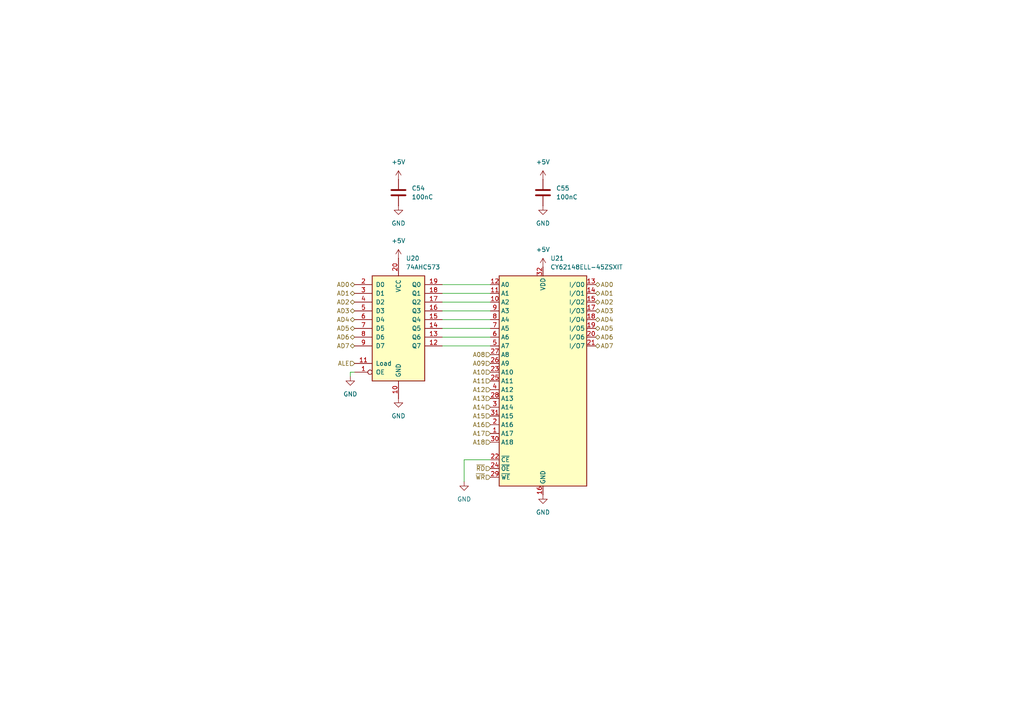
<source format=kicad_sch>
(kicad_sch (version 20250114) (generator "eeschema") (generator_version "9.0")
  (paper "A4")
  (lib_symbols
    (symbol "74xx:74LS573" (pin_names (offset 1.016))
      (property "Reference" "U" (at -7.62 16.51 0))
      (property "Value" "74LS573" (at -7.62 -16.51 0))
      (symbol "74LS573_1_0"
        (pin input line (at -12.7 12.7 0) (length 5.08) (name "D0") (number "2"))
        (pin input line (at -12.7 10.16 0) (length 5.08) (name "D1") (number "3"))
        (pin input line (at -12.7 7.62 0) (length 5.08) (name "D2") (number "4"))
        (pin input line (at -12.7 5.08 0) (length 5.08) (name "D3") (number "5"))
        (pin input line (at -12.7 2.54 0) (length 5.08) (name "D4") (number "6"))
        (pin input line (at -12.7 0 0) (length 5.08) (name "D5") (number "7"))
        (pin input line (at -12.7 -2.54 0) (length 5.08) (name "D6") (number "8"))
        (pin input line (at -12.7 -5.08 0) (length 5.08) (name "D7") (number "9"))
        (pin input line (at -12.7 -10.16 0) (length 5.08) (name "Load") (number "11"))
        (pin input inverted (at -12.7 -12.7 0) (length 5.08) (name "OE") (number "1"))
        (pin power_in line (at 0 20.32 270) (length 5.08) (name "VCC") (number "20"))
        (pin power_in line (at 0 -20.32 90) (length 5.08) (name "GND") (number "10"))
        (pin tri_state line (at 12.7 12.7 180) (length 5.08) (name "Q0") (number "19"))
        (pin tri_state line (at 12.7 10.16 180) (length 5.08) (name "Q1") (number "18"))
        (pin tri_state line (at 12.7 7.62 180) (length 5.08) (name "Q2") (number "17"))
        (pin tri_state line (at 12.7 5.08 180) (length 5.08) (name "Q3") (number "16"))
        (pin tri_state line (at 12.7 2.54 180) (length 5.08) (name "Q4") (number "15"))
        (pin tri_state line (at 12.7 0 180) (length 5.08) (name "Q5") (number "14"))
        (pin tri_state line (at 12.7 -2.54 180) (length 5.08) (name "Q6") (number "13"))
        (pin tri_state line (at 12.7 -5.08 180) (length 5.08) (name "Q7") (number "12"))
      )
      (symbol "74LS573_1_1"
        (rectangle (start -7.62 15.24) (end 7.62 -15.24) (stroke (width 0.254)) (fill (type background)))
      )
    )
    (symbol "Device:C" (pin_numbers (hide yes)) (pin_names (offset 0.254))
      (property "Reference" "C" (at 0.635 2.54 0))
      (property "Value" "C" (at 0.635 -2.54 0))
      (symbol "C_0_1"
        (polyline (pts (xy -2.032 0.762) (xy 2.032 0.762)) (stroke (width 0.508)))
        (polyline (pts (xy -2.032 -0.762) (xy 2.032 -0.762)) (stroke (width 0.508)))
      )
      (symbol "C_1_1"
        (pin passive line (at 0 3.81 270) (length 2.794) (name "~") (number "1"))
        (pin passive line (at 0 -3.81 90) (length 2.794) (name "~") (number "2"))
      )
    )
    (symbol "Memory_RAM:IS61C5128AS-25TLI"
      (property "Reference" "U" (at -10.16 31.75 0))
      (property "Value" "IS61C5128AS-25TLI" (at 12.7 31.75 0))
      (symbol "IS61C5128AS-25TLI_0_1"
        (rectangle (start -12.7 30.48) (end 12.7 -30.48) (stroke (width 0.254)) (fill (type background)))
      )
      (symbol "IS61C5128AS-25TLI_1_1"
        (pin input line (at -15.24 27.94 0) (length 2.54) (name "A0") (number "12"))
        (pin input line (at -15.24 25.4 0) (length 2.54) (name "A1") (number "11"))
        (pin input line (at -15.24 22.86 0) (length 2.54) (name "A2") (number "10"))
        (pin input line (at -15.24 20.32 0) (length 2.54) (name "A3") (number "9"))
        (pin input line (at -15.24 17.78 0) (length 2.54) (name "A4") (number "8"))
        (pin input line (at -15.24 15.24 0) (length 2.54) (name "A5") (number "7"))
        (pin input line (at -15.24 12.7 0) (length 2.54) (name "A6") (number "6"))
        (pin input line (at -15.24 10.16 0) (length 2.54) (name "A7") (number "5"))
        (pin input line (at -15.24 7.62 0) (length 2.54) (name "A8") (number "27"))
        (pin input line (at -15.24 5.08 0) (length 2.54) (name "A9") (number "26"))
        (pin input line (at -15.24 2.54 0) (length 2.54) (name "A10") (number "23"))
        (pin input line (at -15.24 0 0) (length 2.54) (name "A11") (number "25"))
        (pin input line (at -15.24 -2.54 0) (length 2.54) (name "A12") (number "4"))
        (pin input line (at -15.24 -5.08 0) (length 2.54) (name "A13") (number "28"))
        (pin input line (at -15.24 -7.62 0) (length 2.54) (name "A14") (number "3"))
        (pin input line (at -15.24 -10.16 0) (length 2.54) (name "A15") (number "31"))
        (pin input line (at -15.24 -12.7 0) (length 2.54) (name "A16") (number "2"))
        (pin input line (at -15.24 -15.24 0) (length 2.54) (name "A17") (number "1"))
        (pin input line (at -15.24 -17.78 0) (length 2.54) (name "A18") (number "30"))
        (pin input line (at -15.24 -22.86 0) (length 2.54) (name "~{CE}") (number "22"))
        (pin input line (at -15.24 -25.4 0) (length 2.54) (name "~{OE}") (number "24"))
        (pin input line (at -15.24 -27.94 0) (length 2.54) (name "~{WE}") (number "29"))
        (pin power_in line (at 0 33.02 270) (length 2.54) (name "VDD") (number "32"))
        (pin power_in line (at 0 -33.02 90) (length 2.54) (name "GND") (number "16"))
        (pin bidirectional line (at 15.24 27.94 180) (length 2.54) (name "I/O0") (number "13"))
        (pin bidirectional line (at 15.24 25.4 180) (length 2.54) (name "I/O1") (number "14"))
        (pin bidirectional line (at 15.24 22.86 180) (length 2.54) (name "I/O2") (number "15"))
        (pin bidirectional line (at 15.24 20.32 180) (length 2.54) (name "I/O3") (number "17"))
        (pin bidirectional line (at 15.24 17.78 180) (length 2.54) (name "I/O4") (number "18"))
        (pin bidirectional line (at 15.24 15.24 180) (length 2.54) (name "I/O5") (number "19"))
        (pin bidirectional line (at 15.24 12.7 180) (length 2.54) (name "I/O6") (number "20"))
        (pin bidirectional line (at 15.24 10.16 180) (length 2.54) (name "I/O7") (number "21"))
      )
    )
    (symbol "power:+5V" (power) (pin_numbers (hide yes)) (pin_names (offset 0) (hide yes))
      (property "Value" "+5V" (at 0 3.556 0))
      (symbol "+5V_0_1"
        (polyline (pts (xy -0.762 1.27) (xy 0 2.54)))
        (polyline (pts (xy 0 2.54) (xy 0.762 1.27)))
        (polyline (pts (xy 0 0) (xy 0 2.54)))
      )
      (symbol "+5V_1_1"
        (pin power_in line (at 0 0 90) (length 0) (name "~") (number "1"))
      )
    )
    (symbol "power:GND" (power) (pin_numbers (hide yes)) (pin_names (offset 0) (hide yes))
      (property "Value" "GND" (at 0 -3.81 0))
      (symbol "GND_0_1"
        (polyline (pts (xy 0 0) (xy 0 -1.27) (xy 1.27 -1.27) (xy 0 -2.54) (xy -1.27 -1.27) (xy 0 -1.27)))
      )
      (symbol "GND_1_1"
        (pin power_in line (at 0 0 270) (length 0) (name "~") (number "1"))
      )
    )
  )
  (wire (pts (xy 134.62 133.35) (xy 134.62 139.7)))
  (wire (pts (xy 128.27 82.55) (xy 142.24 82.55)))
  (wire (pts (xy 128.27 92.71) (xy 142.24 92.71)))
  (wire (pts (xy 128.27 87.63) (xy 142.24 87.63)))
  (wire (pts (xy 101.6 109.22) (xy 101.6 107.95)))
  (wire (pts (xy 142.24 133.35) (xy 134.62 133.35)))
  (wire (pts (xy 101.6 107.95) (xy 102.87 107.95)))
  (wire (pts (xy 128.27 85.09) (xy 142.24 85.09)))
  (wire (pts (xy 128.27 100.33) (xy 142.24 100.33)))
  (wire (pts (xy 128.27 97.79) (xy 142.24 97.79)))
  (wire (pts (xy 128.27 90.17) (xy 142.24 90.17)))
  (wire (pts (xy 128.27 95.25) (xy 142.24 95.25)))
  (hierarchical_label "A14" (shape input) (at 142.24 118.11 180))
  (hierarchical_label "~{RD}" (shape input) (at 142.24 135.89 180))
  (hierarchical_label "A16" (shape input) (at 142.24 123.19 180))
  (hierarchical_label "A18" (shape input) (at 142.24 128.27 180))
  (hierarchical_label "~{WR}" (shape input) (at 142.24 138.43 180))
  (hierarchical_label "A12" (shape input) (at 142.24 113.03 180))
  (hierarchical_label "AD4" (shape bidirectional) (at 172.72 92.71 0))
  (hierarchical_label "AD0" (shape bidirectional) (at 172.72 82.55 0))
  (hierarchical_label "A08" (shape input) (at 142.24 102.87 180))
  (hierarchical_label "AD2" (shape bidirectional) (at 172.72 87.63 0))
  (hierarchical_label "ALE" (shape input) (at 102.87 105.41 180))
  (hierarchical_label "AD3" (shape bidirectional) (at 102.87 90.17 180))
  (hierarchical_label "A09" (shape input) (at 142.24 105.41 180))
  (hierarchical_label "AD5" (shape bidirectional) (at 102.87 95.25 180))
  (hierarchical_label "AD5" (shape bidirectional) (at 172.72 95.25 0))
  (hierarchical_label "AD6" (shape bidirectional) (at 102.87 97.79 180))
  (hierarchical_label "AD7" (shape bidirectional) (at 172.72 100.33 0))
  (hierarchical_label "A11" (shape input) (at 142.24 110.49 180))
  (hierarchical_label "AD1" (shape bidirectional) (at 102.87 85.09 180))
  (hierarchical_label "A15" (shape input) (at 142.24 120.65 180))
  (hierarchical_label "AD7" (shape bidirectional) (at 102.87 100.33 180))
  (hierarchical_label "AD2" (shape bidirectional) (at 102.87 87.63 180))
  (hierarchical_label "AD4" (shape bidirectional) (at 102.87 92.71 180))
  (hierarchical_label "A13" (shape input) (at 142.24 115.57 180))
  (hierarchical_label "AD3" (shape bidirectional) (at 172.72 90.17 0))
  (hierarchical_label "A10" (shape input) (at 142.24 107.95 180))
  (hierarchical_label "AD0" (shape bidirectional) (at 102.87 82.55 180))
  (hierarchical_label "AD6" (shape bidirectional) (at 172.72 97.79 0))
  (hierarchical_label "AD1" (shape bidirectional) (at 172.72 85.09 0))
  (hierarchical_label "A17" (shape input) (at 142.24 125.73 180))
  (symbol (lib_id "74xx:74LS573") (at 115.57 95.25 0) (unit 1)
    (property "Reference" "U20" (at 117.7133 74.93 0) (effects (justify left)))
    (property "Value" "74AHC573" (at 117.7133 77.47 0) (effects (justify left)))
    (property "Footprint" "Package_SO:TSSOP-20_4.4x6.5mm_P0.65mm" (effects (hide yes)))
    (property "Datasheet" "https://assets.nexperia.com/documents/data-sheet/74AHC_AHCT573.pdf" (effects (hide yes)))
    (property "Description" "8-bit Latch 3-state outputs" (effects (hide yes)))
    (property "MPN" "74AHC573PW,118" (effects (hide yes)))
    (property "Status" "OK" (effects (hide yes)))
  )
  (symbol (lib_id "power:GND") (at 157.48 143.51 0) (unit 1)
    (property "Reference" "#PWR0253" (effects (hide yes)))
    (property "Value" "GND" (at 157.48 148.59 0))
    (property "Description" "Power symbol creates a global label with name \"GND\" , ground" (effects (hide yes)))
  )
  (symbol (lib_id "Device:C") (at 157.48 55.88 0) (unit 1)
    (property "Reference" "C55" (at 161.29 54.6099 0) (effects (justify left)))
    (property "Value" "100nC" (at 161.29 57.1499 0) (effects (justify left)))
    (property "Footprint" "Capacitor_SMD:C_0805_2012Metric" (effects (hide yes)))
    (property "Datasheet" "https://www.lcsc.com/datasheet/lcsc_datasheet_2304140030_KEMET-C0805F104K5RACAUTO_C141162.pdf" (effects (hide yes)))
    (property "Description" "Unpolarized capacitor" (effects (hide yes)))
    (property "Status" "OK" (effects (hide yes)))
    (property "MPN" "C0805F104K5RACAUTO" (effects (hide yes)))
  )
  (symbol (lib_id "power:+5V") (at 115.57 74.93 0) (unit 1)
    (property "Reference" "#PWR0256" (effects (hide yes)))
    (property "Value" "+5V" (at 115.57 69.85 0))
    (property "Description" "Power symbol creates a global label with name \"+5V\"" (effects (hide yes)))
  )
  (symbol (lib_id "power:GND") (at 157.48 59.69 0) (unit 1)
    (property "Reference" "#PWR0259" (effects (hide yes)))
    (property "Value" "GND" (at 157.48 64.77 0))
    (property "Description" "Power symbol creates a global label with name \"GND\" , ground" (effects (hide yes)))
  )
  (symbol (lib_id "power:GND") (at 115.57 59.69 0) (unit 1)
    (property "Reference" "#PWR0258" (effects (hide yes)))
    (property "Value" "GND" (at 115.57 64.77 0))
    (property "Description" "Power symbol creates a global label with name \"GND\" , ground" (effects (hide yes)))
  )
  (symbol (lib_id "power:+5V") (at 115.57 52.07 0) (unit 1)
    (property "Reference" "#PWR0257" (effects (hide yes)))
    (property "Value" "+5V" (at 115.57 46.99 0))
    (property "Description" "Power symbol creates a global label with name \"+5V\"" (effects (hide yes)))
  )
  (symbol (lib_id "power:GND") (at 101.6 109.22 0) (unit 1)
    (property "Reference" "#PWR0261" (effects (hide yes)))
    (property "Value" "GND" (at 101.6 114.3 0))
    (property "Description" "Power symbol creates a global label with name \"GND\" , ground" (effects (hide yes)))
  )
  (symbol (lib_id "Memory_RAM:IS61C5128AS-25TLI") (at 157.48 110.49 0) (unit 1)
    (property "Reference" "U21" (at 159.6233 74.93 0) (effects (justify left)))
    (property "Value" "CY62148ELL-45ZSXIT" (at 159.6233 77.47 0) (effects (justify left)))
    (property "Footprint" "Package_SO:TSOP-II-32_21.0x10.2mm_P1.27mm" (effects (hide yes)))
    (property "Datasheet" "https://www.infineon.com/assets/row/public/documents/10/49/infineon-cy62148e-mobl-4-mbit-512-k-8-static-ram-datasheet-en.pdf" (effects (hide yes)))
    (property "Description" "512K x 8 HIGH-SPEED CMOS STATIC RAM, 25ns, TSOP II-32" (effects (hide yes)))
    (property "MPN" "CY62148ELL-45ZSXIT" (effects (hide yes)))
    (property "Status" "OK" (effects (hide yes)))
  )
  (symbol (lib_id "Device:C") (at 115.57 55.88 0) (unit 1)
    (property "Reference" "C54" (at 119.38 54.6099 0) (effects (justify left)))
    (property "Value" "100nC" (at 119.38 57.1499 0) (effects (justify left)))
    (property "Footprint" "Capacitor_SMD:C_0805_2012Metric" (effects (hide yes)))
    (property "Datasheet" "https://www.lcsc.com/datasheet/lcsc_datasheet_2304140030_KEMET-C0805F104K5RACAUTO_C141162.pdf" (effects (hide yes)))
    (property "Description" "Unpolarized capacitor" (effects (hide yes)))
    (property "Status" "OK" (effects (hide yes)))
    (property "MPN" "C0805F104K5RACAUTO" (effects (hide yes)))
  )
  (symbol (lib_id "power:GND") (at 115.57 115.57 0) (unit 1)
    (property "Reference" "#PWR0262" (effects (hide yes)))
    (property "Value" "GND" (at 115.57 120.65 0))
    (property "Description" "Power symbol creates a global label with name \"GND\" , ground" (effects (hide yes)))
  )
  (symbol (lib_id "power:+5V") (at 157.48 52.07 0) (unit 1)
    (property "Reference" "#PWR0260" (effects (hide yes)))
    (property "Value" "+5V" (at 157.48 46.99 0))
    (property "Description" "Power symbol creates a global label with name \"+5V\"" (effects (hide yes)))
  )
  (symbol (lib_id "power:GND") (at 134.62 139.7 0) (unit 1)
    (property "Reference" "#PWR0254" (effects (hide yes)))
    (property "Value" "GND" (at 134.62 144.78 0))
    (property "Description" "Power symbol creates a global label with name \"GND\" , ground" (effects (hide yes)))
  )
  (symbol (lib_id "power:+5V") (at 157.48 77.47 0) (unit 1)
    (property "Reference" "#PWR0255" (effects (hide yes)))
    (property "Value" "+5V" (at 157.48 72.39 0))
    (property "Description" "Power symbol creates a global label with name \"+5V\"" (effects (hide yes)))
  )
)
</source>
